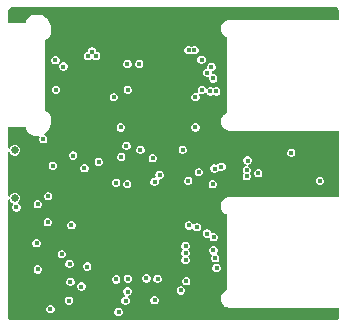
<source format=gbr>
%TF.GenerationSoftware,Altium Limited,Altium Designer,23.5.1 (21)*%
G04 Layer_Physical_Order=2*
G04 Layer_Color=36540*
%FSLAX45Y45*%
%MOMM*%
%TF.SameCoordinates,8EFB5E64-3944-4511-97F7-C7C57B94F044*%
%TF.FilePolarity,Positive*%
%TF.FileFunction,Copper,L2,Inr,Signal*%
%TF.Part,CustomerPanel*%
G01*
G75*
%TA.AperFunction,ComponentPad*%
%ADD31C,0.65000*%
%TA.AperFunction,ViaPad*%
%ADD32C,0.45000*%
%ADD33C,0.50000*%
G36*
X3663653Y3670431D02*
X3670434Y3663651D01*
X3674103Y3654791D01*
Y3568395D01*
X2742554D01*
X2732643Y3566423D01*
X2714266Y3558811D01*
X2705865Y3553197D01*
X2691799Y3539132D01*
X2686185Y3530730D01*
X2678574Y3512353D01*
X2676602Y3502443D01*
Y3482552D01*
X2678574Y3472641D01*
X2686185Y3454264D01*
X2691799Y3445862D01*
X2705865Y3431797D01*
X2714266Y3426183D01*
X2726602Y3421073D01*
Y2778921D01*
X2714266Y2773811D01*
X2705865Y2768197D01*
X2691799Y2754132D01*
X2686185Y2745730D01*
X2678574Y2727353D01*
X2676602Y2717442D01*
Y2697551D01*
X2678574Y2687641D01*
X2686185Y2669264D01*
X2691799Y2660862D01*
X2705865Y2646797D01*
X2714266Y2641183D01*
X2732644Y2633571D01*
X2742554Y2631600D01*
X3674103D01*
Y2068395D01*
X2742554D01*
X2732643Y2066423D01*
X2714266Y2058811D01*
X2705865Y2053197D01*
X2691799Y2039132D01*
X2686185Y2030730D01*
X2678574Y2012353D01*
X2676602Y2002443D01*
Y1982552D01*
X2678574Y1972641D01*
X2686185Y1954264D01*
X2691799Y1945862D01*
X2705865Y1931797D01*
X2714266Y1926183D01*
X2726602Y1921073D01*
Y1278921D01*
X2714266Y1273811D01*
X2705865Y1268197D01*
X2691799Y1254132D01*
X2686185Y1245730D01*
X2678574Y1227353D01*
X2676602Y1217442D01*
Y1197551D01*
X2678574Y1187641D01*
X2686185Y1169264D01*
X2691799Y1160862D01*
X2705865Y1146797D01*
X2714266Y1141183D01*
X2732644Y1133571D01*
X2742554Y1131599D01*
X3674103D01*
Y1045202D01*
X3670434Y1036343D01*
X3663653Y1029563D01*
X3654794Y1025893D01*
X895205D01*
X886346Y1029563D01*
X879565Y1036343D01*
X875896Y1045202D01*
Y1049997D01*
Y2045291D01*
X888596Y2047817D01*
X894167Y2034369D01*
X906882Y2021654D01*
X915391Y2018129D01*
X918371Y2003148D01*
X915159Y1999936D01*
X909800Y1986999D01*
Y1972995D01*
X915159Y1960058D01*
X925061Y1950156D01*
X937998Y1944797D01*
X952002D01*
X964939Y1950156D01*
X974841Y1960058D01*
X980200Y1972995D01*
Y1986999D01*
X974841Y1999936D01*
X964939Y2009838D01*
X963474Y2010445D01*
X962441Y2012595D01*
X961461Y2025025D01*
X970804Y2034369D01*
X977686Y2050982D01*
Y2068963D01*
X970804Y2085576D01*
X958089Y2098291D01*
X941476Y2105173D01*
X923495D01*
X906882Y2098291D01*
X894167Y2085576D01*
X888596Y2072128D01*
X875896Y2074654D01*
Y2450291D01*
X888596Y2452817D01*
X894167Y2439369D01*
X906882Y2426654D01*
X923494Y2419772D01*
X941476D01*
X958089Y2426654D01*
X970804Y2439369D01*
X977685Y2455982D01*
Y2473963D01*
X970804Y2490576D01*
X958089Y2503291D01*
X941476Y2510173D01*
X923494D01*
X906882Y2503291D01*
X894167Y2490576D01*
X888596Y2477128D01*
X875896Y2479654D01*
Y2661599D01*
X1024103D01*
Y2655052D01*
X1026074Y2645141D01*
X1033686Y2626764D01*
X1039299Y2618362D01*
X1053365Y2604297D01*
X1061766Y2598683D01*
X1080144Y2591071D01*
X1090054Y2589100D01*
X1099999D01*
X1124999Y2589099D01*
X1125001Y2589100D01*
X1133371D01*
X1135873Y2589597D01*
X1136860D01*
X1139734Y2585916D01*
X1142727Y2577505D01*
X1142659Y2577436D01*
X1137300Y2564499D01*
Y2550495D01*
X1142659Y2537558D01*
X1152561Y2527656D01*
X1165498Y2522297D01*
X1179502D01*
X1192439Y2527656D01*
X1202341Y2537558D01*
X1207700Y2550495D01*
Y2564499D01*
X1202341Y2577436D01*
X1192439Y2587338D01*
X1183565Y2591014D01*
X1181870Y2596264D01*
X1181597Y2604046D01*
X1181680Y2604495D01*
X1193572Y2612440D01*
X1195376Y2614244D01*
X1197496Y2615661D01*
X1209336Y2627500D01*
X1210753Y2629621D01*
X1212556Y2631425D01*
X1221859Y2645346D01*
X1222835Y2647703D01*
X1224252Y2649824D01*
X1230659Y2665293D01*
X1231157Y2667794D01*
X1232133Y2670151D01*
X1235400Y2686573D01*
Y2689124D01*
X1235897Y2691625D01*
X1235897Y2729997D01*
X1235897Y2729998D01*
Y2739942D01*
X1233926Y2749853D01*
X1226314Y2768230D01*
X1220700Y2776632D01*
X1206635Y2790697D01*
X1198233Y2796311D01*
X1185898Y2801420D01*
Y3398574D01*
X1198233Y3403683D01*
X1206635Y3409297D01*
X1220700Y3423362D01*
X1226314Y3431764D01*
X1233926Y3450141D01*
X1235897Y3460051D01*
X1235897Y3499997D01*
X1235897Y3499998D01*
Y3508369D01*
X1235400Y3510870D01*
Y3513421D01*
X1232133Y3529843D01*
X1231157Y3532200D01*
X1230659Y3534701D01*
X1224252Y3550170D01*
X1222834Y3552292D01*
X1221858Y3554648D01*
X1212556Y3568569D01*
X1210752Y3570373D01*
X1209336Y3572494D01*
X1197496Y3584333D01*
X1195375Y3585751D01*
X1193572Y3587554D01*
X1179650Y3596856D01*
X1177295Y3597832D01*
X1175173Y3599249D01*
X1159704Y3605657D01*
X1157202Y3606155D01*
X1154845Y3607130D01*
X1138423Y3610397D01*
X1135872D01*
X1133370Y3610894D01*
X1124999Y3610894D01*
X1100000Y3610894D01*
X1099999Y3610894D01*
X1090054D01*
X1080143Y3608923D01*
X1061766Y3601311D01*
X1053365Y3595697D01*
X1039300Y3581632D01*
X1033686Y3573230D01*
X1026074Y3554853D01*
X1024103Y3544942D01*
Y3538395D01*
X875896D01*
Y3654792D01*
X879565Y3663650D01*
X886346Y3670431D01*
X895205Y3674101D01*
X3654794D01*
X3663653Y3670431D01*
D02*
G37*
%LPC*%
G36*
X2459502Y3347697D02*
X2445498D01*
X2432561Y3342338D01*
X2427500Y3337277D01*
X2422439Y3342338D01*
X2409502Y3347697D01*
X2395498D01*
X2382561Y3342338D01*
X2372659Y3332436D01*
X2367300Y3319499D01*
Y3305495D01*
X2372659Y3292558D01*
X2382561Y3282656D01*
X2395498Y3277297D01*
X2409502D01*
X2422439Y3282656D01*
X2427500Y3287717D01*
X2432561Y3282656D01*
X2445498Y3277297D01*
X2459502D01*
X2472439Y3282656D01*
X2482341Y3292558D01*
X2487700Y3305495D01*
Y3319499D01*
X2482341Y3332436D01*
X2472439Y3342338D01*
X2459502Y3347697D01*
D02*
G37*
G36*
X1592002Y3335197D02*
X1577998D01*
X1565061Y3329838D01*
X1555159Y3319936D01*
X1549800Y3306999D01*
Y3297697D01*
X1542998D01*
X1530061Y3292338D01*
X1520159Y3282436D01*
X1514800Y3269499D01*
Y3255495D01*
X1520159Y3242558D01*
X1530061Y3232656D01*
X1542998Y3227297D01*
X1557002D01*
X1569939Y3232656D01*
X1577417Y3240134D01*
X1585000Y3241576D01*
X1592583Y3240134D01*
X1600061Y3232656D01*
X1612998Y3227297D01*
X1627002D01*
X1639939Y3232656D01*
X1649841Y3242558D01*
X1655200Y3255495D01*
Y3269499D01*
X1649841Y3282436D01*
X1639939Y3292338D01*
X1627002Y3297697D01*
X1620200D01*
Y3306999D01*
X1614841Y3319936D01*
X1604939Y3329838D01*
X1592002Y3335197D01*
D02*
G37*
G36*
X2519502Y3265197D02*
X2505498D01*
X2492561Y3259838D01*
X2482659Y3249936D01*
X2477300Y3236999D01*
Y3222995D01*
X2482659Y3210058D01*
X2492561Y3200156D01*
X2505498Y3194797D01*
X2519502D01*
X2532439Y3200156D01*
X2542341Y3210058D01*
X2547700Y3222995D01*
Y3236999D01*
X2542341Y3249936D01*
X2532439Y3259838D01*
X2519502Y3265197D01*
D02*
G37*
G36*
X1282770Y3261982D02*
X1268767D01*
X1255829Y3256623D01*
X1245927Y3246721D01*
X1240569Y3233783D01*
Y3219780D01*
X1245927Y3206843D01*
X1255829Y3196941D01*
X1268767Y3191582D01*
X1282770D01*
X1295707Y3196941D01*
X1305609Y3206843D01*
X1310968Y3219780D01*
Y3233783D01*
X1305609Y3246721D01*
X1295707Y3256623D01*
X1282770Y3261982D01*
D02*
G37*
G36*
X1992002Y3230197D02*
X1977998D01*
X1965061Y3224838D01*
X1955159Y3214936D01*
X1949800Y3201999D01*
Y3187995D01*
X1955159Y3175058D01*
X1965061Y3165156D01*
X1977998Y3159797D01*
X1992002D01*
X2004939Y3165156D01*
X2014841Y3175058D01*
X2020200Y3187995D01*
Y3201999D01*
X2014841Y3214936D01*
X2004939Y3224838D01*
X1992002Y3230197D01*
D02*
G37*
G36*
X1892002D02*
X1877998D01*
X1865061Y3224838D01*
X1855159Y3214936D01*
X1849800Y3201999D01*
Y3187995D01*
X1855159Y3175058D01*
X1865061Y3165156D01*
X1877998Y3159797D01*
X1892002D01*
X1904939Y3165156D01*
X1914841Y3175058D01*
X1920200Y3187995D01*
Y3201999D01*
X1914841Y3214936D01*
X1904939Y3224838D01*
X1892002Y3230197D01*
D02*
G37*
G36*
X1349901Y3208097D02*
X1335898D01*
X1322961Y3202738D01*
X1313059Y3192836D01*
X1307700Y3179899D01*
Y3165895D01*
X1313059Y3152958D01*
X1322961Y3143056D01*
X1335898Y3137697D01*
X1349901D01*
X1362839Y3143056D01*
X1372740Y3152958D01*
X1378099Y3165895D01*
Y3179899D01*
X1372740Y3192836D01*
X1362839Y3202738D01*
X1349901Y3208097D01*
D02*
G37*
G36*
X2603282Y3204597D02*
X2589279D01*
X2576341Y3199238D01*
X2566439Y3189336D01*
X2561080Y3176399D01*
Y3162396D01*
X2556270Y3155197D01*
X2555498D01*
X2542561Y3149838D01*
X2532659Y3139936D01*
X2527300Y3126999D01*
Y3112995D01*
X2532659Y3100058D01*
X2542561Y3090156D01*
X2555498Y3084797D01*
X2565022D01*
X2571256Y3082191D01*
X2576739Y3074049D01*
Y3065895D01*
X2582098Y3052958D01*
X2592000Y3043056D01*
X2604937Y3037697D01*
X2618941D01*
X2631878Y3043056D01*
X2641780Y3052958D01*
X2647139Y3065895D01*
Y3079899D01*
X2641780Y3092836D01*
X2631878Y3102738D01*
X2618941Y3108097D01*
X2609417D01*
X2603183Y3110703D01*
X2597700Y3118845D01*
Y3126999D01*
X2602510Y3134197D01*
X2603282D01*
X2616219Y3139556D01*
X2626121Y3149458D01*
X2631480Y3162395D01*
Y3176399D01*
X2626121Y3189336D01*
X2616219Y3199238D01*
X2603282Y3204597D01*
D02*
G37*
G36*
X1894502Y3010597D02*
X1880498D01*
X1867561Y3005238D01*
X1857659Y2995336D01*
X1852300Y2982399D01*
Y2968395D01*
X1857659Y2955458D01*
X1867561Y2945556D01*
X1880498Y2940197D01*
X1894502D01*
X1907439Y2945556D01*
X1917341Y2955458D01*
X1922700Y2968395D01*
Y2982399D01*
X1917341Y2995336D01*
X1907439Y3005238D01*
X1894502Y3010597D01*
D02*
G37*
G36*
X1287001Y3010197D02*
X1272998D01*
X1260061Y3004838D01*
X1250159Y2994936D01*
X1244800Y2981999D01*
Y2967995D01*
X1250159Y2955058D01*
X1260061Y2945156D01*
X1272998Y2939797D01*
X1287001D01*
X1299939Y2945156D01*
X1309841Y2955058D01*
X1315200Y2967995D01*
Y2981999D01*
X1309841Y2994936D01*
X1299939Y3004838D01*
X1287001Y3010197D01*
D02*
G37*
G36*
X2522002D02*
X2507998D01*
X2495061Y3004838D01*
X2485159Y2994936D01*
X2479800Y2981999D01*
Y2967995D01*
X2484462Y2956741D01*
X2481357Y2951503D01*
X2476005Y2946497D01*
X2467197Y2950145D01*
X2453194D01*
X2440256Y2944787D01*
X2430355Y2934885D01*
X2424996Y2921947D01*
Y2907944D01*
X2430355Y2895007D01*
X2440256Y2885105D01*
X2453194Y2879746D01*
X2467197D01*
X2480134Y2885105D01*
X2490036Y2895007D01*
X2495395Y2907944D01*
Y2921947D01*
X2490733Y2933202D01*
X2493839Y2938440D01*
X2499191Y2943445D01*
X2507998Y2939797D01*
X2522002D01*
X2534939Y2945156D01*
X2540567Y2950784D01*
X2554672Y2948994D01*
X2555103Y2948727D01*
X2557659Y2942558D01*
X2567561Y2932656D01*
X2580498Y2927297D01*
X2594502D01*
X2607439Y2932656D01*
X2612500Y2937717D01*
X2617561Y2932656D01*
X2630498Y2927297D01*
X2644502D01*
X2657439Y2932656D01*
X2667341Y2942558D01*
X2672700Y2955495D01*
Y2969499D01*
X2667341Y2982436D01*
X2657439Y2992338D01*
X2644502Y2997697D01*
X2630498D01*
X2617561Y2992338D01*
X2612500Y2987277D01*
X2607439Y2992338D01*
X2594502Y2997697D01*
X2580498D01*
X2567561Y2992338D01*
X2561933Y2986710D01*
X2547828Y2988500D01*
X2547396Y2988767D01*
X2544841Y2994936D01*
X2534939Y3004838D01*
X2522002Y3010197D01*
D02*
G37*
G36*
X1777191Y2950051D02*
X1763187D01*
X1750250Y2944692D01*
X1740348Y2934790D01*
X1734989Y2921853D01*
Y2907849D01*
X1740348Y2894912D01*
X1750250Y2885010D01*
X1763187Y2879651D01*
X1777191D01*
X1790128Y2885010D01*
X1800030Y2894912D01*
X1805389Y2907849D01*
Y2921853D01*
X1800030Y2934790D01*
X1790128Y2944692D01*
X1777191Y2950051D01*
D02*
G37*
G36*
X2467002Y2692697D02*
X2452998D01*
X2440061Y2687338D01*
X2430159Y2677436D01*
X2424800Y2664499D01*
Y2650495D01*
X2430159Y2637558D01*
X2440061Y2627656D01*
X2452998Y2622297D01*
X2467002D01*
X2479939Y2627656D01*
X2489841Y2637558D01*
X2495200Y2650495D01*
Y2664499D01*
X2489841Y2677436D01*
X2479939Y2687338D01*
X2467002Y2692697D01*
D02*
G37*
G36*
X1835751D02*
X1821748D01*
X1808811Y2687338D01*
X1798909Y2677436D01*
X1793550Y2664499D01*
Y2650495D01*
X1798909Y2637558D01*
X1808811Y2627656D01*
X1821748Y2622297D01*
X1835751D01*
X1848689Y2627656D01*
X1858591Y2637558D01*
X1863950Y2650495D01*
Y2664499D01*
X1858591Y2677436D01*
X1848689Y2687338D01*
X1835751Y2692697D01*
D02*
G37*
G36*
X1883252Y2536447D02*
X1869248D01*
X1856311Y2531088D01*
X1846409Y2521186D01*
X1841050Y2508249D01*
Y2494245D01*
X1846409Y2481308D01*
X1856311Y2471406D01*
X1869248Y2466047D01*
X1883252D01*
X1896189Y2471406D01*
X1906091Y2481308D01*
X1911450Y2494245D01*
Y2508249D01*
X1906091Y2521186D01*
X1896189Y2531088D01*
X1883252Y2536447D01*
D02*
G37*
G36*
X2359502Y2502697D02*
X2345498D01*
X2332561Y2497338D01*
X2322659Y2487436D01*
X2317300Y2474499D01*
Y2460495D01*
X2322659Y2447558D01*
X2332561Y2437656D01*
X2345498Y2432297D01*
X2359502D01*
X2372439Y2437656D01*
X2382341Y2447558D01*
X2387700Y2460495D01*
Y2474499D01*
X2382341Y2487436D01*
X2372439Y2497338D01*
X2359502Y2502697D01*
D02*
G37*
G36*
X2002002D02*
X1987998D01*
X1975061Y2497338D01*
X1965159Y2487436D01*
X1959800Y2474499D01*
Y2460495D01*
X1965159Y2447558D01*
X1975061Y2437656D01*
X1987998Y2432297D01*
X2002002D01*
X2014939Y2437656D01*
X2024841Y2447558D01*
X2030200Y2460495D01*
Y2474499D01*
X2024841Y2487436D01*
X2014939Y2497338D01*
X2002002Y2502697D01*
D02*
G37*
G36*
X3279502Y2477697D02*
X3265498D01*
X3252561Y2472338D01*
X3242659Y2462436D01*
X3237300Y2449499D01*
Y2435495D01*
X3242659Y2422558D01*
X3252561Y2412656D01*
X3265498Y2407297D01*
X3279502D01*
X3292439Y2412656D01*
X3302341Y2422558D01*
X3307700Y2435495D01*
Y2449499D01*
X3302341Y2462436D01*
X3292439Y2472338D01*
X3279502Y2477697D01*
D02*
G37*
G36*
X1432002Y2455197D02*
X1417998D01*
X1405061Y2449838D01*
X1395159Y2439936D01*
X1389800Y2426999D01*
Y2412995D01*
X1395159Y2400058D01*
X1405061Y2390156D01*
X1417998Y2384797D01*
X1432002D01*
X1444939Y2390156D01*
X1454841Y2400058D01*
X1460200Y2412995D01*
Y2426999D01*
X1454841Y2439936D01*
X1444939Y2449838D01*
X1432002Y2455197D01*
D02*
G37*
G36*
X1839502Y2442697D02*
X1825498D01*
X1812561Y2437338D01*
X1802659Y2427436D01*
X1797300Y2414499D01*
Y2400495D01*
X1802659Y2387558D01*
X1812561Y2377656D01*
X1825498Y2372297D01*
X1839502D01*
X1852439Y2377656D01*
X1862341Y2387558D01*
X1867700Y2400495D01*
Y2414499D01*
X1862341Y2427436D01*
X1852439Y2437338D01*
X1839502Y2442697D01*
D02*
G37*
G36*
X2107002Y2432697D02*
X2092998D01*
X2080061Y2427338D01*
X2070159Y2417436D01*
X2064800Y2404499D01*
Y2390495D01*
X2070159Y2377558D01*
X2080061Y2367656D01*
X2092998Y2362297D01*
X2107002D01*
X2119939Y2367656D01*
X2129841Y2377558D01*
X2135200Y2390495D01*
Y2404499D01*
X2129841Y2417436D01*
X2119939Y2427338D01*
X2107002Y2432697D01*
D02*
G37*
G36*
X2687001Y2360197D02*
X2672998D01*
X2660061Y2354838D01*
X2650159Y2344936D01*
X2635492Y2342715D01*
X2629501Y2345197D01*
X2615498D01*
X2602561Y2339838D01*
X2592659Y2329936D01*
X2587300Y2316999D01*
Y2302995D01*
X2592659Y2290058D01*
X2602561Y2280156D01*
X2615498Y2274797D01*
X2629501D01*
X2642439Y2280156D01*
X2652340Y2290058D01*
X2667007Y2292279D01*
X2672998Y2289797D01*
X2687001D01*
X2699939Y2295156D01*
X2709841Y2305058D01*
X2715200Y2317995D01*
Y2331999D01*
X2709841Y2344936D01*
X2699939Y2354838D01*
X2687001Y2360197D01*
D02*
G37*
G36*
X1649502Y2400197D02*
X1635498D01*
X1622561Y2394838D01*
X1612659Y2384936D01*
X1607300Y2371999D01*
Y2357995D01*
X1612659Y2345058D01*
X1622561Y2335156D01*
X1635498Y2329797D01*
X1649502D01*
X1662439Y2335156D01*
X1672341Y2345058D01*
X1677700Y2357995D01*
Y2371999D01*
X1672341Y2384936D01*
X1662439Y2394838D01*
X1649502Y2400197D01*
D02*
G37*
G36*
X1259502Y2367697D02*
X1245498D01*
X1232561Y2362338D01*
X1222659Y2352436D01*
X1217300Y2339499D01*
Y2325495D01*
X1222659Y2312558D01*
X1232561Y2302656D01*
X1245498Y2297297D01*
X1259502D01*
X1272439Y2302656D01*
X1282341Y2312558D01*
X1287700Y2325495D01*
Y2339499D01*
X1282341Y2352436D01*
X1272439Y2362338D01*
X1259502Y2367697D01*
D02*
G37*
G36*
X1527002Y2347697D02*
X1512998D01*
X1500061Y2342338D01*
X1490159Y2332436D01*
X1484800Y2319499D01*
Y2305495D01*
X1490159Y2292558D01*
X1500061Y2282656D01*
X1512998Y2277297D01*
X1527002D01*
X1539939Y2282656D01*
X1549841Y2292558D01*
X1555200Y2305495D01*
Y2319499D01*
X1549841Y2332436D01*
X1539939Y2342338D01*
X1527002Y2347697D01*
D02*
G37*
G36*
X2497002Y2315197D02*
X2482998D01*
X2470061Y2309838D01*
X2460159Y2299936D01*
X2454800Y2286999D01*
Y2272995D01*
X2460159Y2260058D01*
X2470061Y2250156D01*
X2482998Y2244797D01*
X2497002D01*
X2509939Y2250156D01*
X2519841Y2260058D01*
X2525200Y2272995D01*
Y2286999D01*
X2519841Y2299936D01*
X2509939Y2309838D01*
X2497002Y2315197D01*
D02*
G37*
G36*
X2999501Y2305197D02*
X2985498D01*
X2972561Y2299838D01*
X2962659Y2289936D01*
X2957300Y2276999D01*
Y2262995D01*
X2962659Y2250058D01*
X2972561Y2240156D01*
X2985498Y2234797D01*
X2999501D01*
X3012439Y2240156D01*
X3022341Y2250058D01*
X3027700Y2262995D01*
Y2276999D01*
X3022341Y2289936D01*
X3012439Y2299838D01*
X2999501Y2305197D01*
D02*
G37*
G36*
X2909502Y2412697D02*
X2895498D01*
X2882561Y2407338D01*
X2872659Y2397436D01*
X2867300Y2384499D01*
Y2370495D01*
X2872659Y2357558D01*
X2882561Y2347656D01*
X2891129Y2344107D01*
X2895498Y2342297D01*
X2894031Y2330205D01*
X2888108Y2330205D01*
X2875171Y2324846D01*
X2865269Y2314944D01*
X2859910Y2302007D01*
Y2288003D01*
X2865269Y2275066D01*
X2870379Y2269956D01*
X2865359Y2264936D01*
X2860000Y2251999D01*
Y2237995D01*
X2865359Y2225058D01*
X2875261Y2215156D01*
X2888198Y2209797D01*
X2902201D01*
X2915139Y2215156D01*
X2925041Y2225058D01*
X2930400Y2237995D01*
Y2251999D01*
X2925041Y2264936D01*
X2919931Y2270046D01*
X2924951Y2275066D01*
X2930310Y2288003D01*
Y2302007D01*
X2924951Y2314944D01*
X2915049Y2324846D01*
X2906481Y2328395D01*
X2902112Y2330205D01*
X2903579Y2342297D01*
X2909502Y2342297D01*
X2922439Y2347656D01*
X2932341Y2357558D01*
X2937700Y2370495D01*
Y2384499D01*
X2932341Y2397436D01*
X2922439Y2407338D01*
X2909502Y2412697D01*
D02*
G37*
G36*
X3522002Y2240197D02*
X3507998D01*
X3495061Y2234838D01*
X3485159Y2224936D01*
X3479800Y2211999D01*
Y2197995D01*
X3485159Y2185058D01*
X3495061Y2175156D01*
X3507998Y2169797D01*
X3522002D01*
X3534939Y2175156D01*
X3544841Y2185058D01*
X3550200Y2197995D01*
Y2211999D01*
X3544841Y2224936D01*
X3534939Y2234838D01*
X3522002Y2240197D01*
D02*
G37*
G36*
X2407002D02*
X2392998D01*
X2380061Y2234838D01*
X2370159Y2224936D01*
X2364800Y2211999D01*
Y2197995D01*
X2370159Y2185058D01*
X2380061Y2175156D01*
X2392998Y2169797D01*
X2407002D01*
X2419939Y2175156D01*
X2429841Y2185058D01*
X2435200Y2197995D01*
Y2211999D01*
X2429841Y2224936D01*
X2419939Y2234838D01*
X2407002Y2240197D01*
D02*
G37*
G36*
X2164502Y2290197D02*
X2150498D01*
X2137561Y2284838D01*
X2127659Y2274936D01*
X2122300Y2261999D01*
Y2247995D01*
X2124351Y2243043D01*
X2124345Y2243010D01*
X2115465Y2231309D01*
X2107983D01*
X2095045Y2225951D01*
X2085143Y2216049D01*
X2079785Y2203111D01*
Y2189108D01*
X2085143Y2176171D01*
X2095045Y2166269D01*
X2107983Y2160910D01*
X2121986D01*
X2134923Y2166269D01*
X2144825Y2176171D01*
X2150184Y2189108D01*
Y2203111D01*
X2148133Y2208064D01*
X2148139Y2208097D01*
X2157019Y2219797D01*
X2164502D01*
X2177439Y2225156D01*
X2187341Y2235058D01*
X2192700Y2247995D01*
Y2261999D01*
X2187341Y2274936D01*
X2177439Y2284838D01*
X2164502Y2290197D01*
D02*
G37*
G36*
X1797001Y2225197D02*
X1782998D01*
X1770061Y2219838D01*
X1760159Y2209936D01*
X1754800Y2196999D01*
Y2182995D01*
X1760159Y2170058D01*
X1770061Y2160156D01*
X1782998Y2154797D01*
X1797001D01*
X1809939Y2160156D01*
X1819841Y2170058D01*
X1825200Y2182995D01*
Y2196999D01*
X1819841Y2209936D01*
X1809939Y2219838D01*
X1797001Y2225197D01*
D02*
G37*
G36*
X1890596Y2213791D02*
X1876593D01*
X1863655Y2208432D01*
X1853753Y2198531D01*
X1848395Y2185593D01*
Y2171590D01*
X1853753Y2158653D01*
X1863655Y2148751D01*
X1876593Y2143392D01*
X1890596D01*
X1903533Y2148751D01*
X1913435Y2158653D01*
X1918794Y2171590D01*
Y2185593D01*
X1913435Y2198531D01*
X1903533Y2208432D01*
X1890596Y2213791D01*
D02*
G37*
G36*
X2614502Y2212697D02*
X2600498D01*
X2587561Y2207338D01*
X2577659Y2197436D01*
X2572300Y2184499D01*
Y2170495D01*
X2577659Y2157558D01*
X2587561Y2147656D01*
X2600498Y2142297D01*
X2614502D01*
X2627439Y2147656D01*
X2637341Y2157558D01*
X2642700Y2170495D01*
Y2184499D01*
X2637341Y2197436D01*
X2627439Y2207338D01*
X2614502Y2212697D01*
D02*
G37*
G36*
X1219501Y2110197D02*
X1205498D01*
X1192561Y2104838D01*
X1182659Y2094936D01*
X1177300Y2081999D01*
Y2067995D01*
X1182659Y2055058D01*
X1192561Y2045156D01*
X1205498Y2039797D01*
X1219501D01*
X1232439Y2045156D01*
X1242341Y2055058D01*
X1247700Y2067995D01*
Y2081999D01*
X1242341Y2094936D01*
X1232439Y2104838D01*
X1219501Y2110197D01*
D02*
G37*
G36*
X1132002Y2042697D02*
X1117998D01*
X1105061Y2037338D01*
X1095159Y2027436D01*
X1089800Y2014499D01*
Y2000495D01*
X1095159Y1987558D01*
X1105061Y1977656D01*
X1117998Y1972297D01*
X1132002D01*
X1144939Y1977656D01*
X1154841Y1987558D01*
X1160200Y2000495D01*
Y2014499D01*
X1154841Y2027436D01*
X1144939Y2037338D01*
X1132002Y2042697D01*
D02*
G37*
G36*
X1217002Y1890197D02*
X1202998D01*
X1190061Y1884838D01*
X1180159Y1874936D01*
X1174800Y1861999D01*
Y1847995D01*
X1180159Y1835058D01*
X1190061Y1825156D01*
X1202998Y1819797D01*
X1217002D01*
X1229939Y1825156D01*
X1239841Y1835058D01*
X1245200Y1847995D01*
Y1861999D01*
X1239841Y1874936D01*
X1229939Y1884838D01*
X1217002Y1890197D01*
D02*
G37*
G36*
X1417001Y1865197D02*
X1402998D01*
X1390060Y1859838D01*
X1380159Y1849936D01*
X1374800Y1836999D01*
Y1822995D01*
X1380159Y1810058D01*
X1390060Y1800156D01*
X1402998Y1794797D01*
X1417001D01*
X1429938Y1800156D01*
X1439840Y1810058D01*
X1445199Y1822995D01*
Y1836999D01*
X1439840Y1849936D01*
X1429938Y1859838D01*
X1417001Y1865197D01*
D02*
G37*
G36*
X2412402Y1862697D02*
X2398398D01*
X2385461Y1857338D01*
X2375559Y1847436D01*
X2370200Y1834499D01*
Y1820495D01*
X2375559Y1807558D01*
X2385461Y1797656D01*
X2398398Y1792297D01*
X2412402D01*
X2425339Y1797656D01*
X2428140Y1800457D01*
X2443121Y1797478D01*
X2445159Y1792558D01*
X2455061Y1782656D01*
X2467998Y1777297D01*
X2482002D01*
X2494939Y1782656D01*
X2504841Y1792558D01*
X2510200Y1805495D01*
Y1819499D01*
X2504841Y1832436D01*
X2494939Y1842338D01*
X2482002Y1847697D01*
X2467998D01*
X2455061Y1842338D01*
X2452260Y1839537D01*
X2437279Y1842516D01*
X2435241Y1847436D01*
X2425339Y1857338D01*
X2412402Y1862697D01*
D02*
G37*
G36*
X2565401Y1793596D02*
X2551397D01*
X2538460Y1788237D01*
X2528558Y1778335D01*
X2523199Y1765398D01*
Y1751395D01*
X2528558Y1738457D01*
X2538460Y1728555D01*
X2551397Y1723196D01*
X2565401D01*
X2567100Y1723900D01*
X2579800Y1720495D01*
X2585159Y1707558D01*
X2595061Y1697656D01*
X2607998Y1692297D01*
X2622002D01*
X2634939Y1697656D01*
X2644841Y1707558D01*
X2650200Y1720495D01*
Y1734499D01*
X2644841Y1747436D01*
X2634939Y1757338D01*
X2622002Y1762697D01*
X2607998D01*
X2606299Y1761993D01*
X2593599Y1765398D01*
X2588240Y1778335D01*
X2578338Y1788237D01*
X2565401Y1793596D01*
D02*
G37*
G36*
X1122002Y1712697D02*
X1107998D01*
X1095061Y1707338D01*
X1085159Y1697436D01*
X1079800Y1684499D01*
Y1670495D01*
X1085159Y1657558D01*
X1095061Y1647656D01*
X1107998Y1642297D01*
X1122002D01*
X1134939Y1647656D01*
X1144841Y1657558D01*
X1150200Y1670495D01*
Y1684499D01*
X1144841Y1697436D01*
X1134939Y1707338D01*
X1122002Y1712697D01*
D02*
G37*
G36*
X1337002Y1620197D02*
X1322998D01*
X1310061Y1614838D01*
X1300159Y1604936D01*
X1294800Y1591999D01*
Y1577995D01*
X1300159Y1565058D01*
X1310061Y1555156D01*
X1322998Y1549797D01*
X1337002D01*
X1349939Y1555156D01*
X1359841Y1565058D01*
X1365200Y1577995D01*
Y1591999D01*
X1359841Y1604936D01*
X1349939Y1614838D01*
X1337002Y1620197D01*
D02*
G37*
G36*
X2619501Y1652697D02*
X2605498D01*
X2592561Y1647338D01*
X2582659Y1637436D01*
X2577300Y1624499D01*
Y1610495D01*
X2582659Y1597558D01*
X2592561Y1587656D01*
X2595782Y1586321D01*
X2598762Y1571341D01*
X2598233Y1570812D01*
X2592874Y1557874D01*
Y1543871D01*
X2598233Y1530934D01*
X2608135Y1521032D01*
X2621072Y1515673D01*
X2635076D01*
X2648013Y1521032D01*
X2657915Y1530934D01*
X2663274Y1543871D01*
Y1557874D01*
X2657915Y1570812D01*
X2648013Y1580714D01*
X2644792Y1582048D01*
X2641812Y1597029D01*
X2642341Y1597558D01*
X2647700Y1610495D01*
Y1624499D01*
X2642341Y1637436D01*
X2632439Y1647338D01*
X2619501Y1652697D01*
D02*
G37*
G36*
X2384349Y1690268D02*
X2370346D01*
X2357409Y1684909D01*
X2347507Y1675007D01*
X2342148Y1662070D01*
Y1648066D01*
X2347507Y1635129D01*
X2349382Y1633253D01*
X2357298Y1625109D01*
X2349382Y1616659D01*
X2347659Y1614936D01*
X2342300Y1601999D01*
Y1587995D01*
X2347659Y1575058D01*
X2349423Y1573294D01*
X2357408Y1564997D01*
X2349423Y1556700D01*
X2347659Y1554936D01*
X2342300Y1541999D01*
Y1527995D01*
X2347659Y1515058D01*
X2357561Y1505156D01*
X2370498Y1499797D01*
X2384502D01*
X2397439Y1505156D01*
X2407341Y1515058D01*
X2412700Y1527995D01*
Y1541999D01*
X2407341Y1554936D01*
X2405577Y1556700D01*
X2397592Y1564997D01*
X2405577Y1573294D01*
X2407341Y1575058D01*
X2412700Y1587995D01*
Y1601999D01*
X2407341Y1614936D01*
X2405465Y1616812D01*
X2397550Y1624956D01*
X2405465Y1633405D01*
X2407188Y1635129D01*
X2412547Y1648066D01*
Y1662070D01*
X2407188Y1675007D01*
X2397287Y1684909D01*
X2384349Y1690268D01*
D02*
G37*
G36*
X1402002Y1537697D02*
X1387998D01*
X1375061Y1532338D01*
X1365159Y1522436D01*
X1359800Y1509499D01*
Y1495495D01*
X1365159Y1482558D01*
X1375061Y1472656D01*
X1387998Y1467297D01*
X1402002D01*
X1414939Y1472656D01*
X1424841Y1482558D01*
X1430200Y1495495D01*
Y1509499D01*
X1424841Y1522436D01*
X1414939Y1532338D01*
X1402002Y1537697D01*
D02*
G37*
G36*
X1552001Y1515197D02*
X1537998D01*
X1525061Y1509838D01*
X1515159Y1499936D01*
X1509800Y1486999D01*
Y1472995D01*
X1515159Y1460058D01*
X1525061Y1450156D01*
X1537998Y1444797D01*
X1552001D01*
X1564939Y1450156D01*
X1574841Y1460058D01*
X1580200Y1472995D01*
Y1486999D01*
X1574841Y1499936D01*
X1564939Y1509838D01*
X1552001Y1515197D01*
D02*
G37*
G36*
X2647002Y1502972D02*
X2632998D01*
X2620061Y1497613D01*
X2610159Y1487712D01*
X2604800Y1474774D01*
Y1460771D01*
X2610159Y1447834D01*
X2620061Y1437932D01*
X2632998Y1432573D01*
X2647002D01*
X2659939Y1437932D01*
X2669841Y1447834D01*
X2675200Y1460771D01*
Y1474774D01*
X2669841Y1487712D01*
X2659939Y1497613D01*
X2647002Y1502972D01*
D02*
G37*
G36*
X1132002Y1490197D02*
X1117998D01*
X1105061Y1484838D01*
X1095159Y1474936D01*
X1089800Y1461999D01*
Y1447995D01*
X1095159Y1435058D01*
X1105061Y1425156D01*
X1117998Y1419797D01*
X1132002D01*
X1144939Y1425156D01*
X1154841Y1435058D01*
X1160200Y1447995D01*
Y1461999D01*
X1154841Y1474936D01*
X1144939Y1484838D01*
X1132002Y1490197D01*
D02*
G37*
G36*
X2052001Y1415197D02*
X2037998D01*
X2025061Y1409838D01*
X2015159Y1399936D01*
X2009800Y1386999D01*
Y1372995D01*
X2015159Y1360058D01*
X2025061Y1350156D01*
X2037998Y1344797D01*
X2052001D01*
X2064939Y1350156D01*
X2074841Y1360058D01*
X2080200Y1372995D01*
Y1386999D01*
X2074841Y1399936D01*
X2064939Y1409838D01*
X2052001Y1415197D01*
D02*
G37*
G36*
X1895518Y1410939D02*
X1881514D01*
X1868577Y1405580D01*
X1858675Y1395678D01*
X1853316Y1382740D01*
Y1368737D01*
X1858675Y1355800D01*
X1868577Y1345898D01*
X1881514Y1340539D01*
X1895518D01*
X1908455Y1345898D01*
X1918357Y1355800D01*
X1923716Y1368737D01*
Y1382740D01*
X1918357Y1395678D01*
X1908455Y1405580D01*
X1895518Y1410939D01*
D02*
G37*
G36*
X2147002Y1410197D02*
X2132998D01*
X2120061Y1404838D01*
X2110159Y1394936D01*
X2104800Y1381999D01*
Y1367995D01*
X2110159Y1355058D01*
X2120061Y1345156D01*
X2132998Y1339797D01*
X2147002D01*
X2159939Y1345156D01*
X2169841Y1355058D01*
X2175200Y1367995D01*
Y1381999D01*
X2169841Y1394936D01*
X2159939Y1404838D01*
X2147002Y1410197D01*
D02*
G37*
G36*
X1797632Y1405827D02*
X1783628D01*
X1770691Y1400468D01*
X1760789Y1390566D01*
X1755430Y1377629D01*
Y1363626D01*
X1760789Y1350688D01*
X1770691Y1340786D01*
X1783628Y1335428D01*
X1797632D01*
X1810569Y1340786D01*
X1820471Y1350688D01*
X1825830Y1363626D01*
Y1377629D01*
X1820471Y1390566D01*
X1810569Y1400468D01*
X1797632Y1405827D01*
D02*
G37*
G36*
X2389502Y1390197D02*
X2375498D01*
X2362561Y1384838D01*
X2352659Y1374936D01*
X2347300Y1361999D01*
Y1347995D01*
X2352659Y1335058D01*
X2362561Y1325156D01*
X2375498Y1319797D01*
X2389502D01*
X2402439Y1325156D01*
X2412341Y1335058D01*
X2417700Y1347995D01*
Y1361999D01*
X2412341Y1374936D01*
X2402439Y1384838D01*
X2389502Y1390197D01*
D02*
G37*
G36*
X1409502Y1385197D02*
X1395498D01*
X1382561Y1379838D01*
X1372659Y1369936D01*
X1367300Y1356999D01*
Y1342995D01*
X1372659Y1330058D01*
X1382561Y1320156D01*
X1395498Y1314797D01*
X1409502D01*
X1422439Y1320156D01*
X1432341Y1330058D01*
X1437700Y1342995D01*
Y1356999D01*
X1432341Y1369936D01*
X1422439Y1379838D01*
X1409502Y1385197D01*
D02*
G37*
G36*
X1502002Y1345197D02*
X1487998D01*
X1475061Y1339838D01*
X1465159Y1329936D01*
X1459800Y1316999D01*
Y1302995D01*
X1465159Y1290058D01*
X1475061Y1280156D01*
X1487998Y1274797D01*
X1502002D01*
X1514939Y1280156D01*
X1524841Y1290058D01*
X1530200Y1302995D01*
Y1316999D01*
X1524841Y1329936D01*
X1514939Y1339838D01*
X1502002Y1345197D01*
D02*
G37*
G36*
X2344502Y1312697D02*
X2330498D01*
X2317561Y1307338D01*
X2307659Y1297436D01*
X2302300Y1284499D01*
Y1270495D01*
X2307659Y1257558D01*
X2317561Y1247656D01*
X2330498Y1242297D01*
X2344502D01*
X2357439Y1247656D01*
X2367341Y1257558D01*
X2372700Y1270495D01*
Y1284499D01*
X2367341Y1297436D01*
X2357439Y1307338D01*
X2344502Y1312697D01*
D02*
G37*
G36*
X2122002Y1230197D02*
X2107998D01*
X2095061Y1224838D01*
X2085159Y1214936D01*
X2079800Y1201999D01*
Y1187995D01*
X2085159Y1175058D01*
X2095061Y1165156D01*
X2107998Y1159797D01*
X2122002D01*
X2134939Y1165156D01*
X2144841Y1175058D01*
X2150200Y1187995D01*
Y1201999D01*
X2144841Y1214936D01*
X2134939Y1224838D01*
X2122002Y1230197D01*
D02*
G37*
G36*
X1892703Y1303112D02*
X1878700D01*
X1865762Y1297753D01*
X1855860Y1287851D01*
X1850502Y1274914D01*
Y1260910D01*
X1855860Y1247973D01*
X1865762Y1238071D01*
X1866183Y1237897D01*
X1863657Y1225197D01*
X1861964D01*
X1849027Y1219838D01*
X1839125Y1209936D01*
X1833766Y1196999D01*
Y1182995D01*
X1839125Y1170058D01*
X1849027Y1160156D01*
X1861964Y1154797D01*
X1875968D01*
X1888905Y1160156D01*
X1898807Y1170058D01*
X1904166Y1182995D01*
Y1196999D01*
X1898807Y1209936D01*
X1888905Y1219838D01*
X1888484Y1220012D01*
X1891010Y1232712D01*
X1892703D01*
X1905640Y1238071D01*
X1915542Y1247973D01*
X1920901Y1260910D01*
Y1274914D01*
X1915542Y1287851D01*
X1905640Y1297753D01*
X1892703Y1303112D01*
D02*
G37*
G36*
X1397002Y1225197D02*
X1382998D01*
X1370061Y1219838D01*
X1360159Y1209936D01*
X1354800Y1196999D01*
Y1182995D01*
X1360159Y1170058D01*
X1370061Y1160156D01*
X1382998Y1154797D01*
X1397002D01*
X1409939Y1160156D01*
X1419841Y1170058D01*
X1425200Y1182995D01*
Y1196999D01*
X1419841Y1209936D01*
X1409939Y1219838D01*
X1397002Y1225197D01*
D02*
G37*
G36*
X1239502Y1155197D02*
X1225498D01*
X1212561Y1149838D01*
X1202659Y1139936D01*
X1197300Y1126999D01*
Y1112995D01*
X1202659Y1100058D01*
X1212561Y1090156D01*
X1225498Y1084797D01*
X1239502D01*
X1252439Y1090156D01*
X1262341Y1100058D01*
X1267700Y1112995D01*
Y1126999D01*
X1262341Y1139936D01*
X1252439Y1149838D01*
X1239502Y1155197D01*
D02*
G37*
G36*
X1817002Y1130197D02*
X1802998D01*
X1790061Y1124838D01*
X1780159Y1114936D01*
X1774800Y1101999D01*
Y1087995D01*
X1780159Y1075058D01*
X1790061Y1065156D01*
X1802998Y1059797D01*
X1817002D01*
X1829939Y1065156D01*
X1839841Y1075058D01*
X1845200Y1087995D01*
Y1101999D01*
X1839841Y1114936D01*
X1829939Y1124838D01*
X1817002Y1130197D01*
D02*
G37*
%LPD*%
D31*
X932486Y2059973D02*
D03*
X932485Y2464972D02*
D03*
D32*
X1409999Y1829997D02*
D03*
X2502500Y1107497D02*
D03*
X1390000Y1189997D02*
D03*
X1702500Y1099997D02*
D03*
X2460000Y2657497D02*
D03*
X1828750D02*
D03*
X2140000Y1374997D02*
D03*
X2902500Y2377497D02*
D03*
X2377500Y1594997D02*
D03*
Y1534997D02*
D03*
X2377348Y1655068D02*
D03*
X1642500Y2364997D02*
D03*
X1317500Y2477497D02*
D03*
X1507500Y2602497D02*
D03*
X1252500Y2332497D02*
D03*
X1125000Y1454997D02*
D03*
X1212500Y2074997D02*
D03*
X1425000Y2419997D02*
D03*
X2100000Y2397497D02*
D03*
X1832500Y2407497D02*
D03*
X1495000Y1309997D02*
D03*
X1210000Y1854997D02*
D03*
X1545000Y1479997D02*
D03*
X1395000Y1502497D02*
D03*
X1330000Y1584997D02*
D03*
X1868966Y1189997D02*
D03*
X1790630Y1370627D02*
D03*
X1790000Y2189997D02*
D03*
X1883594Y2178592D02*
D03*
X2114984Y2196110D02*
D03*
X2157500Y2254997D02*
D03*
X1885701Y1267912D02*
D03*
X1810000Y1094997D02*
D03*
X2607500Y2177497D02*
D03*
X2490000Y2279997D02*
D03*
X2405400Y1827497D02*
D03*
X2115000Y1194997D02*
D03*
X2680000Y2324997D02*
D03*
X2622500Y2309997D02*
D03*
X2807500Y2104997D02*
D03*
X2640000Y1924997D02*
D03*
X2895110Y2295005D02*
D03*
X2895200Y2244997D02*
D03*
X2992500Y2269997D02*
D03*
X2558399Y1758396D02*
D03*
X2640000Y1467773D02*
D03*
X2628074Y1550873D02*
D03*
X2642500Y1274997D02*
D03*
X2641370Y1323627D02*
D03*
X2615000Y1727497D02*
D03*
X3515000Y2204997D02*
D03*
X2045000Y1379997D02*
D03*
X1888516Y1375739D02*
D03*
X1249400Y3426297D02*
D03*
X1247500Y2774997D02*
D03*
X1275768Y3226782D02*
D03*
X2690000Y3416546D02*
D03*
Y2783448D02*
D03*
X2686249Y1920296D02*
D03*
X2690000Y1283448D02*
D03*
X1000000Y3560397D02*
D03*
X950000D02*
D03*
X900000D02*
D03*
X1000000Y2639597D02*
D03*
X950000D02*
D03*
X900000D02*
D03*
X2382500Y1354997D02*
D03*
X2612500Y1617497D02*
D03*
X2475000Y1812497D02*
D03*
X2400000Y2204997D02*
D03*
X2352500Y2467497D02*
D03*
X2207500Y2542497D02*
D03*
X1995000Y2467497D02*
D03*
X1876250Y2501247D02*
D03*
X1172500Y2557497D02*
D03*
X2402500Y2915490D02*
D03*
X2460195Y2914946D02*
D03*
X3272500Y2442497D02*
D03*
X1232500Y1119997D02*
D03*
X952500Y1179997D02*
D03*
X1175000Y1317497D02*
D03*
X1402500Y1349997D02*
D03*
X3337500Y2282497D02*
D03*
X2162500Y1314997D02*
D03*
X2490000Y2004997D02*
D03*
X1715000Y2277497D02*
D03*
X1317500Y2194997D02*
D03*
X1520000Y2312497D02*
D03*
X2337500Y1277497D02*
D03*
X1115000Y1677497D02*
D03*
X1460000Y1749997D02*
D03*
X1127500Y1862497D02*
D03*
X1125000Y2007497D02*
D03*
X945000Y1979997D02*
D03*
X1885000Y3194997D02*
D03*
X950000Y2592497D02*
D03*
X1000000D02*
D03*
X900000D02*
D03*
X1000000Y3607497D02*
D03*
X900000D02*
D03*
X950000D02*
D03*
X3207500Y1094997D02*
D03*
X3107500D02*
D03*
X3007500D02*
D03*
X2907500D02*
D03*
X2807500D02*
D03*
X3607500D02*
D03*
X3507500D02*
D03*
X3407500D02*
D03*
X3307500D02*
D03*
X3207500Y2104997D02*
D03*
X3107500D02*
D03*
X3007500D02*
D03*
X2907500D02*
D03*
X3607500D02*
D03*
X3507500D02*
D03*
X3407500D02*
D03*
X3307500D02*
D03*
X3207500Y2594997D02*
D03*
X3107500D02*
D03*
X3007500D02*
D03*
X2907500D02*
D03*
X2807500D02*
D03*
X3607500D02*
D03*
X3507500D02*
D03*
X3407500D02*
D03*
X3307500D02*
D03*
Y3604997D02*
D03*
X3407500D02*
D03*
X3507500D02*
D03*
X3607500D02*
D03*
X2807500D02*
D03*
X2907500D02*
D03*
X3007500D02*
D03*
X3107500D02*
D03*
X3207500D02*
D03*
X2562500Y3119997D02*
D03*
X1342900Y3172897D02*
D03*
X1585000Y3299997D02*
D03*
X1550000Y3262497D02*
D03*
X1620000Y3262497D02*
D03*
X2452500Y3312497D02*
D03*
X2402500D02*
D03*
X2512500Y3229997D02*
D03*
X2587500Y2962497D02*
D03*
X2637500D02*
D03*
X2515000Y2974997D02*
D03*
X2596280Y3169397D02*
D03*
X2611939Y3072897D02*
D03*
X2641370Y1876367D02*
D03*
Y2823627D02*
D03*
X2642500Y2774997D02*
D03*
Y3424997D02*
D03*
X2641370Y3376367D02*
D03*
X1299400Y3426297D02*
D03*
Y3378797D02*
D03*
X1297500Y2822497D02*
D03*
Y2774997D02*
D03*
X1887500Y2975397D02*
D03*
X1770189Y2914851D02*
D03*
X1712500Y2915944D02*
D03*
X1985000Y3194997D02*
D03*
X1280000Y2974997D02*
D03*
D33*
X2190000Y1559997D02*
D03*
X2080000D02*
D03*
X1970000D02*
D03*
X1860000D02*
D03*
X1750000D02*
D03*
X2190000Y1669997D02*
D03*
X2080000D02*
D03*
X1970000D02*
D03*
X1860000D02*
D03*
X1750000D02*
D03*
X2190000Y1779997D02*
D03*
X2080000D02*
D03*
X1970000D02*
D03*
X1860000D02*
D03*
X1750000D02*
D03*
X2190000Y1889997D02*
D03*
X2080000D02*
D03*
X1970000D02*
D03*
X1860000D02*
D03*
X1750000D02*
D03*
X2190000Y1999997D02*
D03*
X2080000D02*
D03*
X1970000D02*
D03*
X1860000D02*
D03*
X1750000D02*
D03*
%TF.MD5,eac9e8039435cc248ba78e8a38d3c3f7*%
M02*

</source>
